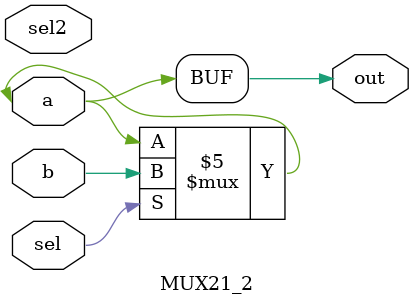
<source format=v>
/**
    【例 5.8】阻塞赋值方式定义的 2 选 1 多路选择器
    12,13,17
*/

module MUX21_2(out,a,b,sel,sel2);
input a,b,sel,sel2;
output out;
reg out;
always@(a or b or sel)
    begin
    if(sel==0) out=a; //阻塞赋值
    else out=b;
    end
always@(sel2)
    begin
        out=a;
    end
endmodule


</source>
